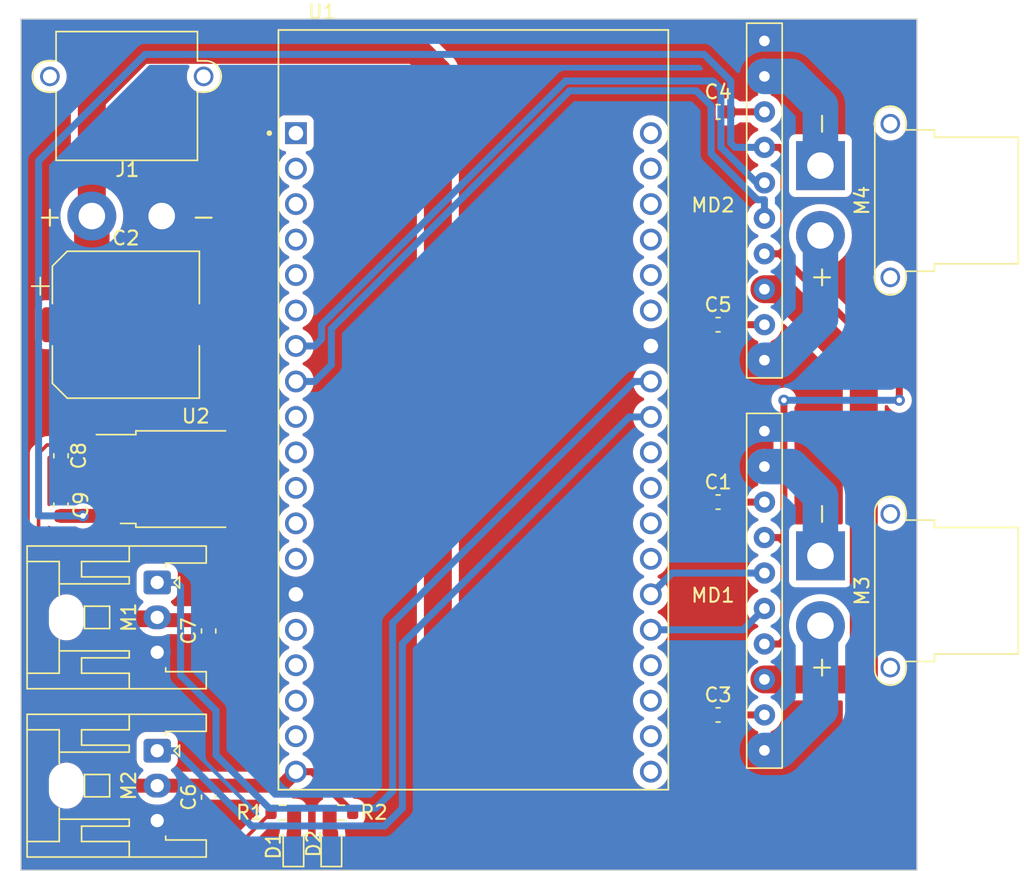
<source format=kicad_pcb>
(kicad_pcb (version 20221018) (generator pcbnew)
  (layers (0 "F.Cu" signal) (31 "B.Cu" signal) (34 "B.Paste" user) (35 "F.Paste" user) (36 "B.SilkS" user "B.Silkscreen") (37 "F.SilkS" user "F.Silkscreen") (38 "B.Mask" user) (39 "F.Mask" user) (44 "Edge.Cuts" user))
  (net 0 "")
  (net 1 "+5V")
  (net 2 "Net-(MD1-CD1)")
  (net 3 "Vin")
  (net 4 "Net-(MD1-CD2)")
  (net 5 "Net-(MD2-CD1)")
  (net 6 "Net-(MD2-CD2)")
  (net 7 "Net-(D1-A)")
  (net 8 "Net-(D2-A)")
  (net 9 "SER1")
  (net 10 "SER2")
  (net 11 "Net-(M3-+)")
  (net 12 "Net-(M3--)")
  (net 13 "Net-(M4-+)")
  (net 14 "Net-(M4--)")
  (net 15 "IN1+")
  (net 16 "IN1-")
  (net 17 "IN2+")
  (net 18 "IN2-")
  (net 47 "GND")
  (footprint "BA6222:BA6222" (layer "F.Cu") (at 166.878 71.426)
    (fp_text reference "MD2" (at -3.683 14.299 unlocked) (layer "F.SilkS"))
    (fp_text value "~")
    (fp_rect (start -1.27 1.27) (end 1.27 26.67) (stroke (width 0.12)) (fill none) (layer "F.SilkS"))
    (pad "1" thru_hole circle (at 0 2.54) (size 1.524 1.524) (drill 0.762) (layers "*.Cu" "*.Mask") (net 47 "GND"))
    (pad "2" thru_hole circle (at 0 5.08) (size 1.524 1.524) (drill 0.762) (layers "*.Cu" "*.Mask") (net 13 "Net-(M4-+)"))
    (pad "3" thru_hole circle (at 0 7.62) (size 1.524 1.524) (drill 0.762) (layers "*.Cu" "*.Mask") (net 5 "Net-(MD2-CD1)"))
    (pad "4" thru_hole circle (at 0 10.16) (size 1.524 1.524) (drill 0.762) (layers "*.Cu" "*.Mask") (net 1 "+5V"))
    (pad "5" thru_hole circle (at 0 12.7) (size 1.524 1.524) (drill 0.762) (layers "*.Cu" "*.Mask") (net 17 "IN2+"))
    (pad "6" thru_hole circle (at 0 15.24) (size 1.524 1.524) (drill 0.762) (layers "*.Cu" "*.Mask") (net 18 "IN2-"))
    (pad "7" thru_hole circle (at 0 17.78) (size 1.524 1.524) (drill 0.762) (layers "*.Cu" "*.Mask") (net 1 "+5V"))
    (pad "8" thru_hole circle (at 0 20.32) (size 1.524 1.524) (drill 0.762) (layers "*.Cu" "*.Mask") (net 3 "Vin"))
    (pad "9" thru_hole circle (at 0 22.86) (size 1.524 1.524) (drill 0.762) (layers "*.Cu" "*.Mask") (net 6 "Net-(MD2-CD2)"))
    (pad "10" thru_hole circle (at 0 25.4) (size 1.524 1.524) (drill 0.762) (layers "*.Cu" "*.Mask") (net 14 "Net-(M4--)"))
  )
  (footprint "LED_SMD:LED_0603_1608Metric" (layer "F.Cu") (at 133.173 131.5975 90)
    (fp_text reference "D1" (at 0 -1.43 90) (layer "F.SilkS"))
    (fp_text value "LED")
    (fp_line (start -1.485 -0.735) (end -1.485 0.735) (stroke (width 0.12)) (layer "F.SilkS"))
    (fp_line (start -1.485 0.735) (end 0.8 0.735) (stroke (width 0.12)) (layer "F.SilkS"))
    (fp_line (start 0.8 -0.735) (end -1.485 -0.735) (stroke (width 0.12)) (layer "F.SilkS"))
    (pad "1" smd roundrect (at -0.7875 0 90) (size 0.875 0.95) (layers "F.Cu" "F.Paste" "F.Mask") (net 47 "GND"))
    (pad "2" smd roundrect (at 0.7875 0 90) (size 0.875 0.95) (layers "F.Cu" "F.Paste" "F.Mask") (net 7 "Net-(D1-A)"))
  )
  (footprint "Capacitor_SMD:C_0603_1608Metric" (layer "F.Cu") (at 127.106 116.217 90)
    (fp_text reference "C7" (at 0 -1.43 90) (layer "F.SilkS"))
    (fp_text value "104")
    (fp_line (start -0.14058 -0.51) (end 0.14058 -0.51) (stroke (width 0.12)) (layer "F.SilkS"))
    (fp_line (start -0.14058 0.51) (end 0.14058 0.51) (stroke (width 0.12)) (layer "F.SilkS"))
    (pad "1" smd roundrect (at -0.775 0 90) (size 0.9 0.95) (layers "F.Cu" "F.Paste" "F.Mask") (net 47 "GND"))
    (pad "2" smd roundrect (at 0.775 0 90) (size 0.9 0.95) (layers "F.Cu" "F.Paste" "F.Mask") (net 1 "+5V"))
  )
  (footprint "Capacitor_SMD:CP_Elec_10x10" (layer "F.Cu") (at 121.182 94.286)
    (fp_text reference "C2" (at 0 -6.2) (layer "F.SilkS"))
    (fp_text value "330μf")
    (fp_line (start -6.75 -2.76) (end -5.5 -2.76) (stroke (width 0.12)) (layer "F.SilkS"))
    (fp_line (start -6.125 -3.385) (end -6.125 -2.135) (stroke (width 0.12)) (layer "F.SilkS"))
    (fp_line (start -5.26 -4.195563) (end -5.26 -1.51) (stroke (width 0.12)) (layer "F.SilkS"))
    (fp_line (start -5.26 -4.195563) (end -4.195563 -5.26) (stroke (width 0.12)) (layer "F.SilkS"))
    (fp_line (start -5.26 4.195563) (end -5.26 1.51) (stroke (width 0.12)) (layer "F.SilkS"))
    (fp_line (start -5.26 4.195563) (end -4.195563 5.26) (stroke (width 0.12)) (layer "F.SilkS"))
    (fp_line (start -4.195563 -5.26) (end 5.26 -5.26) (stroke (width 0.12)) (layer "F.SilkS"))
    (fp_line (start -4.195563 5.26) (end 5.26 5.26) (stroke (width 0.12)) (layer "F.SilkS"))
    (fp_line (start 5.26 -5.26) (end 5.26 -1.51) (stroke (width 0.12)) (layer "F.SilkS"))
    (fp_line (start 5.26 5.26) (end 5.26 1.51) (stroke (width 0.12)) (layer "F.SilkS"))
    (pad "1" smd roundrect (at -4 0) (size 4 2.5) (layers "F.Cu" "F.Paste" "F.Mask") (roundrect_rratio 0.1) (net 3 "Vin"))
    (pad "2" smd roundrect (at 4 0) (size 4 2.5) (layers "F.Cu" "F.Paste" "F.Mask") (roundrect_rratio 0.1) (net 47 "GND"))
  )
  (footprint "esp32:MODULE_ESP32-DEVKITC-32D" (layer "F.Cu") (at 146.05 100.33)
    (fp_text reference "U1" (at -10.829175 -28.446045) (layer "F.SilkS") (effects (font (size 1.000386 1.000386))))
    (fp_text value "ESP32-DEVKITC-32D")
    (fp_line (start -13.95 -27.15) (end 13.95 -27.15) (stroke (width 0.127)) (layer "F.SilkS"))
    (fp_line (start -13.95 27.25) (end -13.95 -27.15) (stroke (width 0.127)) (layer "F.SilkS"))
    (fp_line (start 13.95 -27.15) (end 13.95 27.25) (stroke (width 0.127)) (layer "F.SilkS"))
    (fp_line (start 13.95 27.25) (end -13.95 27.25) (stroke (width 0.127)) (layer "F.SilkS"))
    (fp_circle (center -14.6 -19.76) (end -14.5 -19.76) (stroke (width 0.2)) (fill none) (layer "F.SilkS"))
    (pad "J2-1" thru_hole rect (at -12.7 -19.76) (size 1.56 1.56) (drill 1.04) (layers "*.Cu" "*.Mask"))
    (pad "J2-2" thru_hole circle (at -12.7 -17.22) (size 1.56 1.56) (drill 1.04) (layers "*.Cu" "*.Mask"))
    (pad "J2-3" thru_hole circle (at -12.7 -14.68) (size 1.56 1.56) (drill 1.04) (layers "*.Cu" "*.Mask"))
    (pad "J2-4" thru_hole circle (at -12.7 -12.14) (size 1.56 1.56) (drill 1.04) (layers "*.Cu" "*.Mask"))
    (pad "J2-5" thru_hole circle (at -12.7 -9.6) (size 1.56 1.56) (drill 1.04) (layers "*.Cu" "*.Mask"))
    (pad "J2-6" thru_hole circle (at -12.7 -7.06) (size 1.56 1.56) (drill 1.04) (layers "*.Cu" "*.Mask"))
    (pad "J2-7" thru_hole circle (at -12.7 -4.52) (size 1.56 1.56) (drill 1.04) (layers "*.Cu" "*.Mask") (net 17 "IN2+"))
    (pad "J2-8" thru_hole circle (at -12.7 -1.98) (size 1.56 1.56) (drill 1.04) (layers "*.Cu" "*.Mask") (net 18 "IN2-"))
    (pad "J2-9" thru_hole circle (at -12.7 0.56) (size 1.56 1.56) (drill 1.04) (layers "*.Cu" "*.Mask"))
    (pad "J2-10" thru_hole circle (at -12.7 3.1) (size 1.56 1.56) (drill 1.04) (layers "*.Cu" "*.Mask"))
    (pad "J2-11" thru_hole circle (at -12.7 5.64) (size 1.56 1.56) (drill 1.04) (layers "*.Cu" "*.Mask"))
    (pad "J2-12" thru_hole circle (at -12.7 8.18) (size 1.56 1.56) (drill 1.04) (layers "*.Cu" "*.Mask"))
    (pad "J2-13" thru_hole circle (at -12.7 10.72) (size 1.56 1.56) (drill 1.04) (layers "*.Cu" "*.Mask"))
    (pad "J2-14" thru_hole circle (at -12.7 13.26) (size 1.56 1.56) (drill 1.04) (layers "*.Cu" "*.Mask") (net 47 "GND"))
    (pad "J2-15" thru_hole circle (at -12.7 15.8) (size 1.56 1.56) (drill 1.04) (layers "*.Cu" "*.Mask"))
    (pad "J2-16" thru_hole circle (at -12.7 18.34) (size 1.56 1.56) (drill 1.04) (layers "*.Cu" "*.Mask"))
    (pad "J2-17" thru_hole circle (at -12.7 20.88) (size 1.56 1.56) (drill 1.04) (layers "*.Cu" "*.Mask"))
    (pad "J2-18" thru_hole circle (at -12.7 23.42) (size 1.56 1.56) (drill 1.04) (layers "*.Cu" "*.Mask"))
    (pad "J2-19" thru_hole circle (at -12.7 25.96) (size 1.56 1.56) (drill 1.04) (layers "*.Cu" "*.Mask") (net 1 "+5V"))
    (pad "J3-1" thru_hole circle (at 12.7 -19.76) (size 1.56 1.56) (drill 1.04) (layers "*.Cu" "*.Mask"))
    (pad "J3-2" thru_hole circle (at 12.7 -17.22) (size 1.56 1.56) (drill 1.04) (layers "*.Cu" "*.Mask"))
    (pad "J3-3" thru_hole circle (at 12.7 -14.68) (size 1.56 1.56) (drill 1.04) (layers "*.Cu" "*.Mask"))
    (pad "J3-4" thru_hole circle (at 12.7 -12.14) (size 1.56 1.56) (drill 1.04) (layers "*.Cu" "*.Mask"))
    (pad "J3-5" thru_hole circle (at 12.7 -9.6) (size 1.56 1.56) (drill 1.04) (layers "*.Cu" "*.Mask"))
    (pad "J3-6" thru_hole circle (at 12.7 -7.06) (size 1.56 1.56) (drill 1.04) (layers "*.Cu" "*.Mask"))
    (pad "J3-7" thru_hole circle (at 12.7 -4.52) (size 1.56 1.56) (drill 1.04) (layers "*.Cu" "*.Mask") (net 47 "GND"))
    (pad "J3-8" thru_hole circle (at 12.7 -1.98) (size 1.56 1.56) (drill 1.04) (layers "*.Cu" "*.Mask") (net 10 "SER2"))
    (pad "J3-9" thru_hole circle (at 12.7 0.56) (size 1.56 1.56) (drill 1.04) (layers "*.Cu" "*.Mask") (net 9 "SER1"))
    (pad "J3-10" thru_hole circle (at 12.7 3.1) (size 1.56 1.56) (drill 1.04) (layers "*.Cu" "*.Mask"))
    (pad "J3-11" thru_hole circle (at 12.7 5.64) (size 1.56 1.56) (drill 1.04) (layers "*.Cu" "*.Mask"))
    (pad "J3-12" thru_hole circle (at 12.7 8.18) (size 1.56 1.56) (drill 1.04) (layers "*.Cu" "*.Mask"))
    (pad "J3-13" thru_hole circle (at 12.7 10.72) (size 1.56 1.56) (drill 1.04) (layers "*.Cu" "*.Mask"))
    (pad "J3-14" thru_hole circle (at 12.7 13.26) (size 1.56 1.56) (drill 1.04) (layers "*.Cu" "*.Mask") (net 15 "IN1+"))
    (pad "J3-15" thru_hole circle (at 12.7 15.8) (size 1.56 1.56) (drill 1.04) (layers "*.Cu" "*.Mask") (net 16 "IN1-"))
    (pad "J3-16" thru_hole circle (at 12.7 18.34) (size 1.56 1.56) (drill 1.04) (layers "*.Cu" "*.Mask"))
    (pad "J3-17" thru_hole circle (at 12.7 20.88) (size 1.56 1.56) (drill 1.04) (layers "*.Cu" "*.Mask"))
    (pad "J3-18" thru_hole circle (at 12.7 23.42) (size 1.56 1.56) (drill 1.04) (layers "*.Cu" "*.Mask"))
    (pad "J3-19" thru_hole circle (at 12.7 25.96) (size 1.56 1.56) (drill 1.04) (layers "*.Cu" "*.Mask"))
  )
  (footprint "Resistor_SMD:R_0603_1608Metric" (layer "F.Cu") (at 136.588 129.211 180)
    (fp_text reference "R2" (at -2.35 0) (layer "F.SilkS"))
    (fp_text value "220")
    (fp_line (start -0.237258 -0.5225) (end 0.237258 -0.5225) (stroke (width 0.12)) (layer "F.SilkS"))
    (fp_line (start -0.237258 0.5225) (end 0.237258 0.5225) (stroke (width 0.12)) (layer "F.SilkS"))
    (pad "1" smd roundrect (at -0.825 0 180) (size 0.8 0.95) (layers "F.Cu" "F.Paste" "F.Mask") (net 1 "+5V"))
    (pad "2" smd roundrect (at 0.825 0 180) (size 0.8 0.95) (layers "F.Cu" "F.Paste" "F.Mask") (net 8 "Net-(D2-A)"))
  )
  (footprint "LED_SMD:LED_0603_1608Metric" (layer "F.Cu") (at 135.89 131.5975 90)
    (fp_text reference "D2" (at 0.1525 -1.27 90) (layer "F.SilkS"))
    (fp_text value "LED")
    (fp_line (start -1.485 -0.735) (end -1.485 0.735) (stroke (width 0.12)) (layer "F.SilkS"))
    (fp_line (start -1.485 0.735) (end 0.8 0.735) (stroke (width 0.12)) (layer "F.SilkS"))
    (fp_line (start 0.8 -0.735) (end -1.485 -0.735) (stroke (width 0.12)) (layer "F.SilkS"))
    (pad "1" smd roundrect (at -0.7875 0 90) (size 0.875 0.95) (layers "F.Cu" "F.Paste" "F.Mask") (net 47 "GND"))
    (pad "2" smd roundrect (at 0.7875 0 90) (size 0.875 0.95) (layers "F.Cu" "F.Paste" "F.Mask") (net 8 "Net-(D2-A)"))
  )
  (footprint "Package_TO_SOT_SMD:TO-252-2" (layer "F.Cu") (at 125.208 105.336)
    (fp_text reference "U2" (at 0.976 -4.5) (layer "F.SilkS"))
    (fp_text value "L7805")
    (fp_line (start -3.31 -3.45) (end -3.31 -3.18) (stroke (width 0.12)) (layer "F.SilkS"))
    (fp_line (start -3.31 -3.18) (end -6.14 -3.18) (stroke (width 0.12)) (layer "F.SilkS"))
    (fp_line (start -3.31 3.18) (end -4.41 3.18) (stroke (width 0.12)) (layer "F.SilkS"))
    (fp_line (start -3.31 3.45) (end -3.31 3.18) (stroke (width 0.12)) (layer "F.SilkS"))
    (fp_line (start 3.11 -3.45) (end -3.31 -3.45) (stroke (width 0.12)) (layer "F.SilkS"))
    (fp_line (start 3.11 3.45) (end -3.31 3.45) (stroke (width 0.12)) (layer "F.SilkS"))
    (pad "1" smd roundrect (at -5.04 -2.28) (size 2.2 1.2) (layers "F.Cu" "F.Paste" "F.Mask") (roundrect_rratio 0.208333) (net 3 "Vin"))
    (pad "2" smd roundrect (at -0.415 -1.525) (size 3.05 2.75) (layers "F.Cu" "F.Paste") (roundrect_rratio 0.090909) (net 47 "GND"))
    (pad "2" smd roundrect (at -0.415 1.525) (size 3.05 2.75) (layers "F.Cu" "F.Paste") (roundrect_rratio 0.090909) (net 47 "GND"))
    (pad "2" smd roundrect (at 1.26 0) (size 6.4 5.8) (layers "F.Cu" "F.Mask") (roundrect_rratio 0.043103) (net 47 "GND"))
    (pad "2" smd roundrect (at 2.935 -1.525) (size 3.05 2.75) (layers "F.Cu" "F.Paste") (roundrect_rratio 0.090909) (net 47 "GND"))
    (pad "2" smd roundrect (at 2.935 1.525) (size 3.05 2.75) (layers "F.Cu" "F.Paste") (roundrect_rratio 0.090909) (net 47 "GND"))
    (pad "3" smd roundrect (at -5.04 2.28) (size 2.2 1.2) (layers "F.Cu" "F.Paste" "F.Mask") (roundrect_rratio 0.208333) (net 1 "+5V"))
  )
  (footprint "Capacitor_SMD:C_0603_1608Metric" (layer "F.Cu") (at 163.563 94.286)
    (fp_text reference "C5" (at 0 -1.43) (layer "F.SilkS"))
    (fp_text value "104")
    (fp_line (start -0.14058 -0.51) (end 0.14058 -0.51) (stroke (width 0.12)) (layer "F.SilkS"))
    (fp_line (start -0.14058 0.51) (end 0.14058 0.51) (stroke (width 0.12)) (layer "F.SilkS"))
    (pad "1" smd roundrect (at -0.775 0) (size 0.9 0.95) (layers "F.Cu" "F.Paste" "F.Mask") (net 47 "GND"))
    (pad "2" smd roundrect (at 0.775 0) (size 0.9 0.95) (layers "F.Cu" "F.Paste" "F.Mask") (net 6 "Net-(MD2-CD2)"))
  )
  (footprint "Capacitor_SMD:C_0603_1608Metric" (layer "F.Cu") (at 163.563 122.226)
    (fp_text reference "C3" (at 0 -1.43) (layer "F.SilkS"))
    (fp_text value "104")
    (fp_line (start -0.14058 -0.51) (end 0.14058 -0.51) (stroke (width 0.12)) (layer "F.SilkS"))
    (fp_line (start -0.14058 0.51) (end 0.14058 0.51) (stroke (width 0.12)) (layer "F.SilkS"))
    (pad "1" smd roundrect (at -0.775 0) (size 0.9 0.95) (layers "F.Cu" "F.Paste" "F.Mask") (net 47 "GND"))
    (pad "2" smd roundrect (at 0.775 0) (size 0.9 0.95) (layers "F.Cu" "F.Paste" "F.Mask") (net 4 "Net-(MD1-CD2)"))
  )
  (footprint "Capacitor_SMD:C_0603_1608Metric" (layer "F.Cu") (at 163.563 79.046)
    (fp_text reference "C4" (at 0 -1.43) (layer "F.SilkS"))
    (fp_text value "104")
    (fp_line (start -0.14058 -0.51) (end 0.14058 -0.51) (stroke (width 0.12)) (layer "F.SilkS"))
    (fp_line (start -0.14058 0.51) (end 0.14058 0.51) (stroke (width 0.12)) (layer "F.SilkS"))
    (pad "1" smd roundrect (at -0.775 0) (size 0.9 0.95) (layers "F.Cu" "F.Paste" "F.Mask") (net 47 "GND"))
    (pad "2" smd roundrect (at 0.775 0) (size 0.9 0.95) (layers "F.Cu" "F.Paste" "F.Mask") (net 5 "Net-(MD2-CD1)"))
  )
  (footprint "Capacitor_SMD:C_0603_1608Metric" (layer "F.Cu") (at 127.106 128.11132 90)
    (fp_text reference "C6" (at 0 -1.43 90) (layer "F.SilkS"))
    (fp_text value "104")
    (fp_line (start -0.14058 -0.51) (end 0.14058 -0.51) (stroke (width 0.12)) (layer "F.SilkS"))
    (fp_line (start -0.14058 0.51) (end 0.14058 0.51) (stroke (width 0.12)) (layer "F.SilkS"))
    (pad "1" smd roundrect (at -0.775 0 90) (size 0.9 0.95) (layers "F.Cu" "F.Paste" "F.Mask") (net 47 "GND"))
    (pad "2" smd roundrect (at 0.775 0 90) (size 0.9 0.95) (layers "F.Cu" "F.Paste" "F.Mask") (net 1 "+5V"))
  )
  (footprint "Resistor_SMD:R_0603_1608Metric" (layer "F.Cu") (at 132.398 129.211)
    (fp_text reference "R1" (at -2.35 0) (layer "F.SilkS"))
    (fp_text value "550")
    (fp_line (start -0.237258 -0.5225) (end 0.237258 -0.5225) (stroke (width 0.12)) (layer "F.SilkS"))
    (fp_line (start -0.237258 0.5225) (end 0.237258 0.5225) (stroke (width 0.12)) (layer "F.SilkS"))
    (pad "1" smd roundrect (at -0.825 0) (size 0.8 0.95) (layers "F.Cu" "F.Paste" "F.Mask") (net 3 "Vin"))
    (pad "2" smd roundrect (at 0.825 0) (size 0.8 0.95) (layers "F.Cu" "F.Paste" "F.Mask") (net 7 "Net-(D1-A)"))
  )
  (footprint "BA6222:BA6222" (layer "F.Cu") (at 166.878 99.366)
    (fp_text reference "MD1" (at -3.683 14.299 unlocked) (layer "F.SilkS"))
    (fp_text value "~")
    (fp_rect (start -1.27 1.27) (end 1.27 26.67) (stroke (width 0.12)) (fill none) (layer "F.SilkS"))
    (pad "1" thru_hole circle (at 0 2.54) (size 1.524 1.524) (drill 0.762) (layers "*.Cu" "*.Mask") (net 47 "GND"))
    (pad "2" thru_hole circle (at 0 5.08) (size 1.524 1.524) (drill 0.762) (layers "*.Cu" "*.Mask") (net 11 "Net-(M3-+)"))
    (pad "3" thru_hole circle (at 0 7.62) (size 1.524 1.524) (drill 0.762) (layers "*.Cu" "*.Mask") (net 2 "Net-(MD1-CD1)"))
    (pad "4" thru_hole circle (at 0 10.16) (size 1.524 1.524) (drill 0.762) (layers "*.Cu" "*.Mask") (net 1 "+5V"))
    (pad "5" thru_hole circle (at 0 12.7) (size 1.524 1.524) (drill 0.762) (layers "*.Cu" "*.Mask") (net 15 "IN1+"))
    (pad "6" thru_hole circle (at 0 15.24) (size 1.524 1.524) (drill 0.762) (layers "*.Cu" "*.Mask") (net 16 "IN1-"))
    (pad "7" thru_hole circle (at 0 17.78) (size 1.524 1.524) (drill 0.762) (layers "*.Cu" "*.Mask") (net 1 "+5V"))
    (pad "8" thru_hole circle (at 0 20.32) (size 1.524 1.524) (drill 0.762) (layers "*.Cu" "*.Mask") (net 3 "Vin"))
    (pad "9" thru_hole circle (at 0 22.86) (size 1.524 1.524) (drill 0.762) (layers "*.Cu" "*.Mask") (net 4 "Net-(MD1-CD2)"))
    (pad "10" thru_hole circle (at 0 25.4) (size 1.524 1.524) (drill 0.762) (layers "*.Cu" "*.Mask") (net 12 "Net-(M3--)"))
  )
  (footprint "Capacitor_SMD:C_0603_1608Metric" (layer "F.Cu") (at 116.538 107.201 -90)
    (fp_text reference "C9" (at 0 -1.43 90) (layer "F.SilkS"))
    (fp_text value "104")
    (fp_line (start -0.14058 -0.51) (end 0.14058 -0.51) (stroke (width 0.12)) (layer "F.SilkS"))
    (fp_line (start -0.14058 0.51) (end 0.14058 0.51) (stroke (width 0.12)) (layer "F.SilkS"))
    (pad "1" smd roundrect (at -0.775 0 270) (size 0.9 0.95) (layers "F.Cu" "F.Paste" "F.Mask") (net 47 "GND"))
    (pad "2" smd roundrect (at 0.775 0 270) (size 0.9 0.95) (layers "F.Cu" "F.Paste" "F.Mask") (net 1 "+5V"))
  )
  (footprint "Connector_JST:JST_XA_S03B-XASK-1_1x03_P2.50mm_Horizontal" (layer "F.Cu") (at 123.423 112.741 -90)
    (fp_text reference "M1" (at 2.5 2.032 90) (layer "F.SilkS"))
    (fp_text value "Motor_Servo")
    (fp_line (start -2.61 -3.51) (end -2.61 9.31) (stroke (width 0.12)) (layer "F.SilkS"))
    (fp_line (start -2.61 9.31) (end 7.61 9.31) (stroke (width 0.12)) (layer "F.SilkS"))
    (fp_line (start -1.5 2) (end -2.61 2) (stroke (width 0.12)) (layer "F.SilkS"))
    (fp_line (start -1.5 5.41) (end -1.5 2) (stroke (width 0.12)) (layer "F.SilkS"))
    (fp_line (start -1.5 7.01) (end 0.9 7.01) (stroke (width 0.12)) (layer "F.SilkS"))
    (fp_line (start -1.5 9.31) (end -1.5 7.01) (stroke (width 0.12)) (layer "F.SilkS"))
    (fp_line (start -1.39 -3.51) (end -2.61 -3.51) (stroke (width 0.12)) (layer "F.SilkS"))
    (fp_line (start -1.39 -0.61) (end -1.39 -3.51) (stroke (width 0.12)) (layer "F.SilkS"))
    (fp_line (start -1.11 -0.61) (end -1.39 -0.61) (stroke (width 0.12)) (layer "F.SilkS"))
    (fp_line (start -0.4 -1.6) (end 0.4 -1.6) (stroke (width 0.12)) (layer "F.SilkS"))
    (fp_line (start -0.4 2) (end -0.4 5.41) (stroke (width 0.12)) (layer "F.SilkS"))
    (fp_line (start -0.4 5.41) (end -1.5 5.41) (stroke (width 0.12)) (layer "F.SilkS"))
    (fp_line (start 0 -1.2) (end -0.4 -1.6) (stroke (width 0.12)) (layer "F.SilkS"))
    (fp_line (start 0.1 2) (end -0.4 2) (stroke (width 0.12)) (layer "F.SilkS"))
    (fp_line (start 0.1 7.01) (end 0.1 2) (stroke (width 0.12)) (layer "F.SilkS"))
    (fp_line (start 0.4 -1.6) (end 0 -1.2) (stroke (width 0.12)) (layer "F.SilkS"))
    (fp_line (start 1.7 3.4) (end 3.3 3.4) (stroke (width 0.12)) (layer "F.SilkS"))
    (fp_line (start 1.7 5.2) (end 1.7 3.4) (stroke (width 0.12)) (layer "F.SilkS"))
    (fp_line (start 3.3 3.4) (end 3.3 5.2) (stroke (width 0.12)) (layer "F.SilkS"))
    (fp_line (start 3.3 5.2) (end 1.7 5.2) (stroke (width 0.12)) (layer "F.SilkS"))
    (fp_line (start 4.1 7.01) (end 6.5 7.01) (stroke (width 0.12)) (layer "F.SilkS"))
    (fp_line (start 4.9 2) (end 5.4 2) (stroke (width 0.12)) (layer "F.SilkS"))
    (fp_line (start 4.9 7.01) (end 4.9 2) (stroke (width 0.12)) (layer "F.SilkS"))
    (fp_line (start 5.4 2) (end 5.4 5.41) (stroke (width 0.12)) (layer "F.SilkS"))
    (fp_line (start 5.4 5.41) (end 6.5 5.41) (stroke (width 0.12)) (layer "F.SilkS"))
    (fp_line (start 6.39 -3.51) (end 6.39 -0.61) (stroke (width 0.12)) (layer "F.SilkS"))
    (fp_line (start 6.39 -0.61) (end 6.11 -0.61) (stroke (width 0.12)) (layer "F.SilkS"))
    (fp_line (start 6.5 2) (end 7.61 2) (stroke (width 0.12)) (layer "F.SilkS"))
    (fp_line (start 6.5 5.41) (end 6.5 2) (stroke (width 0.12)) (layer "F.SilkS"))
    (fp_line (start 6.5 7.01) (end 6.5 9.31) (stroke (width 0.12)) (layer "F.SilkS"))
    (fp_line (start 7.61 -3.51) (end 6.39 -3.51) (stroke (width 0.12)) (layer "F.SilkS"))
    (fp_line (start 7.61 9.31) (end 7.61 -3.51) (stroke (width 0.12)) (layer "F.SilkS"))
    (pad "" np_thru_hole oval (at 2.5 6.5 270) (size 2.8 2) (drill oval 2.8 2) (layers "*.Cu" "*.Mask"))
    (pad "1" thru_hole roundrect (at 0 0 270) (size 1.7 1.95) (drill 0.95) (layers "*.Cu" "*.Mask") (roundrect_rratio 0.147059) (net 10 "SER2"))
    (pad "2" thru_hole oval (at 2.5 0 270) (size 1.7 1.95) (drill 0.95) (layers "*.Cu" "*.Mask") (net 1 "+5V"))
    (pad "3" thru_hole oval (at 5 0 270) (size 1.7 1.95) (drill 0.95) (layers "*.Cu" "*.Mask") (net 47 "GND"))
  )
  (footprint "Connector_JST:JST_XA_S03B-XASK-1_1x03_P2.50mm_Horizontal" (layer "F.Cu") (at 123.423 124.791 -90)
    (fp_text reference "M2" (at 2.5 2.032 90) (layer "F.SilkS"))
    (fp_text value "Motor_Servo")
    (fp_line (start -2.61 -3.51) (end -2.61 9.31) (stroke (width 0.12)) (layer "F.SilkS"))
    (fp_line (start -2.61 9.31) (end 7.61 9.31) (stroke (width 0.12)) (layer "F.SilkS"))
    (fp_line (start -1.5 2) (end -2.61 2) (stroke (width 0.12)) (layer "F.SilkS"))
    (fp_line (start -1.5 5.41) (end -1.5 2) (stroke (width 0.12)) (layer "F.SilkS"))
    (fp_line (start -1.5 7.01) (end 0.9 7.01) (stroke (width 0.12)) (layer "F.SilkS"))
    (fp_line (start -1.5 9.31) (end -1.5 7.01) (stroke (width 0.12)) (layer "F.SilkS"))
    (fp_line (start -1.39 -3.51) (end -2.61 -3.51) (stroke (width 0.12)) (layer "F.SilkS"))
    (fp_line (start -1.39 -0.61) (end -1.39 -3.51) (stroke (width 0.12)) (layer "F.SilkS"))
    (fp_line (start -1.11 -0.61) (end -1.39 -0.61) (stroke (width 0.12)) (layer "F.SilkS"))
    (fp_line (start -0.4 -1.6) (end 0.4 -1.6) (stroke (width 0.12)) (layer "F.SilkS"))
    (fp_line (start -0.4 2) (end -0.4 5.41) (stroke (width 0.12)) (layer "F.SilkS"))
    (fp_line (start -0.4 5.41) (end -1.5 5.41) (stroke (width 0.12)) (layer "F.SilkS"))
    (fp_line (start 0 -1.2) (end -0.4 -1.6) (stroke (width 0.12)) (layer "F.SilkS"))
    (fp_line (start 0.1 2) (end -0.4 2) (stroke (width 0.12)) (layer "F.SilkS"))
    (fp_line (start 0.1 7.01) (end 0.1 2) (stroke (width 0.12)) (layer "F.SilkS"))
    (fp_line (start 0.4 -1.6) (end 0 -1.2) (stroke (width 0.12)) (layer "F.SilkS"))
    (fp_line (start 1.7 3.4) (end 3.3 3.4) (stroke (width 0.12)) (layer "F.SilkS"))
    (fp_line (start 1.7 5.2) (end 1.7 3.4) (stroke (width 0.12)) (layer "F.SilkS"))
    (fp_line (start 3.3 3.4) (end 3.3 5.2) (stroke (width 0.12)) (layer "F.SilkS"))
    (fp_line (start 3.3 5.2) (end 1.7 5.2) (stroke (width 0.12)) (layer "F.SilkS"))
    (fp_line (start 4.1 7.01) (end 6.5 7.01) (stroke (width 0.12)) (layer "F.SilkS"))
    (fp_line (start 4.9 2) (end 5.4 2) (stroke (width 0.12)) (layer "F.SilkS"))
    (fp_line (start 4.9 7.01) (end 4.9 2) (stroke (width 0.12)) (layer "F.SilkS"))
    (fp_line (start 5.4 2) (end 5.4 5.41) (stroke (width 0.12)) (layer "F.SilkS"))
    (fp_line (start 5.4 5.41) (end 6.5 5.41) (stroke (width 0.12)) (layer "F.SilkS"))
    (fp_line (start 6.39 -3.51) (end 6.39 -0.61) (stroke (width 0.12)) (layer "F.SilkS"))
    (fp_line (start 6.39 -0.61) (end 6.11 -0.61) (stroke (width 0.12)) (layer "F.SilkS"))
    (fp_line (start 6.5 2) (end 7.61 2) (stroke (width 0.12)) (layer "F.SilkS"))
    (fp_line (start 6.5 5.41) (end 6.5 2) (stroke (width 0.12)) (layer "F.SilkS"))
    (fp_line (start 6.5 7.01) (end 6.5 9.31) (stroke (width 0.12)) (layer "F.SilkS"))
    (fp_line (start 7.61 -3.51) (end 6.39 -3.51) (stroke (width 0.12)) (layer "F.SilkS"))
    (fp_line (start 7.61 9.31) (end 7.61 -3.51) (stroke (width 0.12)) (layer "F.SilkS"))
    (pad "" np_thru_hole oval (at 2.5 6.5 270) (size 2.8 2) (drill oval 2.8 2) (layers "*.Cu" "*.Mask"))
    (pad "1" thru_hole roundrect (at 0 0 270) (size 1.7 1.95) (drill 0.95) (layers "*.Cu" "*.Mask") (roundrect_rratio 0.147059) (net 9 "SER1"))
    (pad "2" thru_hole oval (at 2.5 0 270) (size 1.7 1.95) (drill 0.95) (layers "*.Cu" "*.Mask") (net 1 "+5V"))
    (pad "3" thru_hole oval (at 5 0 270) (size 1.7 1.95) (drill 0.95) (layers "*.Cu" "*.Mask") (net 47 "GND"))
  )
  (footprint "Capacitor_SMD:C_0603_1608Metric" (layer "F.Cu") (at 116.538 103.671 90)
    (fp_text reference "C8" (at 0 1.27 90) (layer "F.SilkS"))
    (fp_text value "104")
    (fp_line (start -0.14058 -0.51) (end 0.14058 -0.51) (stroke (width 0.12)) (layer "F.SilkS"))
    (fp_line (start -0.14058 0.51) (end 0.14058 0.51) (stroke (width 0.12)) (layer "F.SilkS"))
    (pad "1" smd roundrect (at -0.775 0 90) (size 0.9 0.95) (layers "F.Cu" "F.Paste" "F.Mask") (net 47 "GND"))
    (pad "2" smd roundrect (at 0.775 0 90) (size 0.9 0.95) (layers "F.Cu" "F.Paste" "F.Mask") (net 3 "Vin"))
  )
  (footprint "Capacitor_SMD:C_0603_1608Metric" (layer "F.Cu") (at 163.563 106.986)
    (fp_text reference "C1" (at 0 -1.43) (layer "F.SilkS"))
    (fp_text value "104")
    (fp_line (start -0.14058 -0.51) (end 0.14058 -0.51) (stroke (width 0.12)) (layer "F.SilkS"))
    (fp_line (start -0.14058 0.51) (end 0.14058 0.51) (stroke (width 0.12)) (layer "F.SilkS"))
    (pad "1" smd roundrect (at -0.775 0) (size 0.9 0.95) (layers "F.Cu" "F.Paste" "F.Mask") (net 47 "GND"))
    (pad "2" smd roundrect (at 0.775 0) (size 0.9 0.95) (layers "F.Cu" "F.Paste" "F.Mask") (net 2 "Net-(MD1-CD1)"))
  )
  (footprint "Connector_AMASS:AMASS_XT30PW-F_1x02_P2.50mm_Horizontal" (layer "F.Cu") (at 170.888 82.896 -90)
    (fp_text reference "M4" (at 2.5 -2.975 90) (layer "F.SilkS"))
    (fp_text value "Motor_DC")
    (fp_text user "-" (at -3 0 90) (layer "F.SilkS") (effects (font (size 1.5 1.5))))
    (fp_text user "+" (at 8 0 90) (layer "F.SilkS") (effects (font (size 1.5 1.5))))
    (fp_line (start -3.26 -6.11) (end -2.56 -6.11) (stroke (width 0.12)) (layer "F.SilkS"))
    (fp_line (start -3.26 -3.89) (end 8.26 -3.89) (stroke (width 0.12)) (layer "F.SilkS"))
    (fp_line (start -2.56 -8.16) (end -2.56 -6.11) (stroke (width 0.12)) (layer "F.SilkS"))
    (fp_line (start -2.56 -8.16) (end -2.03 -8.16) (stroke (width 0.12)) (layer "F.SilkS"))
    (fp_line (start -2.03 -14.16) (end -2.03 -8.16) (stroke (width 0.12)) (layer "F.SilkS"))
    (fp_line (start -2.03 -14.16) (end 7 -14.16) (stroke (width 0.12)) (layer "F.SilkS"))
    (fp_line (start 7.03 -14.16) (end 7.03 -8.16) (stroke (width 0.12)) (layer "F.SilkS"))
    (fp_line (start 7.03 -8.16) (end 7.56 -8.16) (stroke (width 0.12)) (layer "F.SilkS"))
    (fp_line (start 7.56 -8.16) (end 7.56 -6.11) (stroke (width 0.12)) (layer "F.SilkS"))
    (fp_line (start 7.56 -6.11) (end 8.26 -6.11) (stroke (width 0.12)) (layer "F.SilkS"))
    (fp_arc (start -3.321729 -3.903365) (mid -4.256653 -5.086124) (end -3.15 -6.11) (stroke (width 0.12)) (layer "F.SilkS"))
    (fp_arc (start 8.15 -6.11) (mid 9.26 -5) (end 8.15 -3.89) (stroke (width 0.12)) (layer "F.SilkS"))
    (pad "" thru_hole circle (at -3 -5) (size 1.4 1.4) (drill 1) (layers "*.Cu" "*.Mask"))
    (pad "" thru_hole circle (at 8 -5 270) (size 1.4 1.4) (drill 1) (layers "*.Cu" "*.Mask"))
    (pad "1" thru_hole rect (at 0 0 270) (size 3.5 3.5) (drill 1.9) (layers "*.Cu" "*.Mask") (net 13 "Net-(M4-+)"))
    (pad "2" thru_hole circle (at 5 0 270) (size 3.5 3.5) (drill 1.9) (layers "*.Cu" "*.Mask") (net 14 "Net-(M4--)"))
  )
  (footprint "Connector_AMASS:AMASS_XT30PW-F_1x02_P2.50mm_Horizontal" (layer "F.Cu") (at 170.888 110.836 -90)
    (fp_text reference "M3" (at 2.5 -2.975 90) (layer "F.SilkS"))
    (fp_text value "Motor_DC")
    (fp_text user "+" (at 8 0 90) (layer "F.SilkS") (effects (font (size 1.5 1.5))))
    (fp_text user "-" (at -3 0 90) (layer "F.SilkS") (effects (font (size 1.5 1.5))))
    (fp_line (start -3.26 -6.11) (end -2.56 -6.11) (stroke (width 0.12)) (layer "F.SilkS"))
    (fp_line (start -3.26 -3.89) (end 8.26 -3.89) (stroke (width 0.12)) (layer "F.SilkS"))
    (fp_line (start -2.56 -8.16) (end -2.56 -6.11) (stroke (width 0.12)) (layer "F.SilkS"))
    (fp_line (start -2.56 -8.16) (end -2.03 -8.16) (stroke (width 0.12)) (layer "F.SilkS"))
    (fp_line (start -2.03 -14.16) (end -2.03 -8.16) (stroke (width 0.12)) (layer "F.SilkS"))
    (fp_line (start -2.03 -14.16) (end 7 -14.16) (stroke (width 0.12)) (layer "F.SilkS"))
    (fp_line (start 7.03 -14.16) (end 7.03 -8.16) (stroke (width 0.12)) (layer "F.SilkS"))
    (fp_line (start 7.03 -8.16) (end 7.56 -8.16) (stroke (width 0.12)) (layer "F.SilkS"))
    (fp_line (start 7.56 -8.16) (end 7.56 -6.11) (stroke (width 0.12)) (layer "F.SilkS"))
    (fp_line (start 7.56 -6.11) (end 8.26 -6.11) (stroke (width 0.12)) (layer "F.SilkS"))
    (fp_arc (start -3.321729 -3.903365) (mid -4.256653 -5.086124) (end -3.15 -6.11) (stroke (width 0.12)) (layer "F.SilkS"))
    (fp_arc (start 8.15 -6.11) (mid 9.26 -5) (end 8.15 -3.89) (stroke (width 0.12)) (layer "F.SilkS"))
    (pad "" thru_hole circle (at -3 -5) (size 1.4 1.4) (drill 1) (layers "*.Cu" "*.Mask"))
    (pad "" thru_hole circle (at 8 -5 270) (size 1.4 1.4) (drill 1) (layers "*.Cu" "*.Mask"))
    (pad "1" thru_hole rect (at 0 0 270) (size 3.5 3.5) (drill 1.9) (layers "*.Cu" "*.Mask") (net 11 "Net-(M3-+)"))
    (pad "2" thru_hole circle (at 5 0 270) (size 3.5 3.5) (drill 1.9) (layers "*.Cu" "*.Mask") (net 12 "Net-(M3--)"))
  )
  (footprint "Connector_AMASS:AMASS_XT30PW-M_1x02_P2.50mm_Horizontal" (layer "F.Cu") (at 123.746 86.506)
    (fp_text reference "J1" (at -2.461 -3.321) (layer "F.SilkS"))
    (fp_text value "power")
    (fp_text user "-" (at 3 0) (layer "F.SilkS") (effects (font (size 1.5 1.5))))
    (fp_text user "+" (at -8 0) (layer "F.SilkS") (effects (font (size 1.5 1.5))))
    (fp_line (start -8.15 -11.11) (end -7.56 -11.11) (stroke (width 0.12)) (layer "F.SilkS"))
    (fp_line (start -8.15 -8.89) (end -7.56 -8.89) (stroke (width 0.12)) (layer "F.SilkS"))
    (fp_line (start -7.56 -13.21) (end -7.56 -11.11) (stroke (width 0.12)) (layer "F.SilkS"))
    (fp_line (start -7.56 -13.21) (end 2.56 -13.21) (stroke (width 0.12)) (layer "F.SilkS"))
    (fp_line (start -7.56 -8.89) (end -7.56 -3.99) (stroke (width 0.12)) (layer "F.SilkS"))
    (fp_line (start -7.56 -3.99) (end 2.56 -3.99) (stroke (width 0.12)) (layer "F.SilkS"))
    (fp_line (start 2.56 -13.21) (end 2.56 -11.11) (stroke (width 0.12)) (layer "F.SilkS"))
    (fp_line (start 2.56 -11.11) (end 3.15 -11.11) (stroke (width 0.12)) (layer "F.SilkS"))
    (fp_line (start 2.56 -8.89) (end 2.56 -3.99) (stroke (width 0.12)) (layer "F.SilkS"))
    (fp_line (start 2.56 -8.89) (end 3.15 -8.89) (stroke (width 0.12)) (layer "F.SilkS"))
    (fp_arc (start -8.15 -8.89) (mid -9.26 -10) (end -8.15 -11.11) (stroke (width 0.12)) (layer "F.SilkS"))
    (fp_arc (start 3.15 -11.11) (mid 4.26 -10) (end 3.15 -8.89) (stroke (width 0.12)) (layer "F.SilkS"))
    (pad "" thru_hole circle (at -8 -10) (size 1.4 1.4) (drill 1) (layers "*.Cu" "*.Mask"))
    (pad "" thru_hole circle (at 3 -10) (size 1.4 1.4) (drill 1) (layers "*.Cu" "*.Mask"))
    (pad "1" thru_hole rect (at 0 0) (size 3.5 3.5) (drill 1.9) (layers "*.Cu" "*.Mask") (net 47 "GND"))
    (pad "2" thru_hole circle (at -5 0) (size 3.5 3.5) (drill 1.9) (layers "*.Cu" "*.Mask") (net 3 "Vin"))
  )
  (gr_rect (start 113.665 72.39) (end 177.8 133.35) (stroke (width 0.1)) (fill none) (layer "Edge.Cuts"))
  (segment (start 168.275 109.855) (end 168.275 116.84) (width 0.5) (layer "F.Cu") (net 1))
  (segment (start 119.808 107.976) (end 120.168 107.616) (width 1) (layer "F.Cu") (net 1))
  (segment (start 120.724 115.442) (end 120.523 115.241) (width 1) (layer "F.Cu") (net 1))
  (segment (start 120.523 126.671) (end 121.143 127.291) (width 1) (layer "F.Cu") (net 1))
  (segment (start 137.413 129.211) (end 134.492 126.29) (width 0.5) (layer "F.Cu") (net 1))
  (segment (start 168.275 109.855) (end 168.275 99.695) (width 0.5) (layer "F.Cu") (net 1))
  (segment (start 167.95563 89.206) (end 166.878 89.206) (width 0.5) (layer "F.Cu") (net 1))
  (segment (start 134.492 126.29) (end 133.35 126.29) (width 0.5) (layer "F.Cu") (net 1))
  (segment (start 176.53 99.695) (end 176.53 97.78037) (width 0.5) (layer "F.Cu") (net 1))
  (segment (start 123.423 127.291) (end 132.349 127.291) (width 1) (layer "F.Cu") (net 1))
  (segment (start 167.946 109.526) (end 168.275 109.855) (width 0.5) (layer "F.Cu") (net 1))
  (segment (start 167.946 81.586) (end 168.275 81.915) (width 0.5) (layer "F.Cu") (net 1))
  (segment (start 132.349 127.291) (end 133.35 126.29) (width 1) (layer "F.Cu") (net 1))
  (segment (start 116.538 107.976) (end 118.11 107.976) (width 1) (layer "F.Cu") (net 1))
  (segment (start 118.11 107.976) (end 119.808 107.976) (width 1) (layer "F.Cu") (net 1))
  (segment (start 168.275 88.9) (end 167.969 89.206) (width 0.5) (layer "F.Cu") (net 1))
  (segment (start 123.423 115.241) (end 120.925 115.241) (width 1) (layer "F.Cu") (net 1))
  (segment (start 168.275 81.915) (end 168.275 88.9) (width 0.5) (layer "F.Cu") (net 1))
  (segment (start 176.53 97.78037) (end 167.95563 89.206) (width 0.5) (layer "F.Cu") (net 1))
  (segment (start 168.275 116.84) (end 167.969 117.146) (width 0.5) (layer "F.Cu") (net 1))
  (segment (start 120.523 107.971) (end 120.523 115.241) (width 1) (layer "F.Cu") (net 1))
  (segment (start 120.523 115.241) (end 120.523 126.671) (width 1) (layer "F.Cu") (net 1))
  (segment (start 120.168 107.616) (end 120.523 107.971) (width 1) (layer "F.Cu") (net 1))
  (segment (start 166.878 81.586) (end 167.946 81.586) (width 0.5) (layer "F.Cu") (net 1))
  (segment (start 121.143 127.291) (end 123.423 127.291) (width 1) (layer "F.Cu") (net 1))
  (segment (start 166.878 109.526) (end 167.946 109.526) (width 0.5) (layer "F.Cu") (net 1))
  (segment (start 167.969 117.146) (end 166.878 117.146) (width 0.5) (layer "F.Cu") (net 1))
  (segment (start 127.106 115.442) (end 120.724 115.442) (width 1) (layer "F.Cu") (net 1))
  (segment (start 167.969 89.206) (end 166.878 89.206) (width 0.5) (layer "F.Cu") (net 1))
  (segment (start 120.925 115.241) (end 120.724 115.442) (width 1) (layer "F.Cu") (net 1))
  (via (at 168.275 99.695) (size 0.8) (drill 0.4) (layers "F.Cu" "B.Cu") (net 1))
  (via (at 118.11 107.976) (size 0.8) (drill 0.4) (layers "F.Cu" "B.Cu") (net 1))
  (via (at 176.53 99.695) (size 0.8) (drill 0.4) (layers "F.Cu" "B.Cu") (net 1))
  (segment (start 162.56 74.93) (end 122.555 74.93) (width 0.5) (layer "B.Cu") (net 1))
  (segment (start 164.465 81.28) (end 164.465 76.835) (width 0.5) (layer "B.Cu") (net 1))
  (segment (start 164.465 76.835) (end 162.56 74.93) (width 0.5) (layer "B.Cu") (net 1))
  (segment (start 114.961 107.976) (end 118.11 107.976) (width 0.5) (layer "B.Cu") (net 1))
  (segment (start 166.878 81.586) (end 164.771 81.586) (width 0.5) (layer "B.Cu") (net 1))
  (segment (start 114.935 82.55) (end 114.935 107.95) (width 0.5) (layer "B.Cu") (net 1))
  (segment (start 168.275 99.695) (end 176.53 99.695) (width 0.5) (layer "B.Cu") (net 1))
  (segment (start 122.555 74.93) (end 114.935 82.55) (width 0.5) (layer "B.Cu") (net 1))
  (segment (start 164.771 81.586) (end 164.465 81.28) (width 0.5) (layer "B.Cu") (net 1))
  (segment (start 114.935 107.95) (end 114.961 107.976) (width 0.5) (layer "B.Cu") (net 1))
  (segment (start 164.338 106.986) (end 166.878 106.986) (width 0.5) (layer "F.Cu") (net 2))
  (segment (start 166.878 119.686) (end 173.988 119.686) (width 2) (layer "F.Cu") (net 3))
  (segment (start 120.168 103.056) (end 120.168 97.272) (width 2.54) (layer "F.Cu") (net 3))
  (segment (start 173.988 119.686) (end 173.988 116.907931) (width 2) (layer "F.Cu") (net 3))
  (segment (start 115.544 102.896) (end 116.538 102.896) (width 0.254) (layer "F.Cu") (net 3))
  (segment (start 143.51 120.65) (end 143.51 76.2) (width 2) (layer "F.Cu") (net 3))
  (segment (start 153.035 130.175) (end 143.51 120.65) (width 2) (layer "F.Cu") (net 3))
  (segment (start 120.168 94.144) (end 120.168 103.056) (width 2.54) (layer "F.Cu") (net 3))
  (segment (start 118.746 78.104) (end 118.746 86.506) (width 2) (layer "F.Cu") (net 3))
  (segment (start 118.746 92.722) (end 120.168 94.144) (width 2.54) (layer "F.Cu") (net 3))
  (segment (start 118.746 86.506) (end 118.746 92.722) (width 2.54) (layer "F.Cu") (net 3))
  (segment (start 114.935 130.81) (end 114.935 103.505) (width 0.254) (layer "F.Cu") (net 3))
  (segment (start 122.244 74.606) (end 118.746 78.104) (width 2) (layer "F.Cu") (net 3))
  (segment (start 173.988 116.907931) (end 173.988 127.637) (width 2) (layer "F.Cu") (net 3))
  (segment (start 120.168 97.272) (end 117.182 94.286) (width 2.54) (layer "F.Cu") (net 3))
  (segment (start 116.205 132.08) (end 114.935 130.81) (width 0.254) (layer "F.Cu") (net 3))
  (segment (start 171.45 130.175) (end 153.035 130.175) (width 2) (layer "F.Cu") (net 3))
  (segment (start 128.704 132.08) (end 116.205 132.08) (width 0.254) (layer "F.Cu") (net 3))
  (segment (start 131.573 129.211) (end 128.704 132.08) (width 0.254) (layer "F.Cu") (net 3))
  (segment (start 167.95563 91.746) (end 166.878 91.746) (width 2) (layer "F.Cu") (net 3))
  (segment (start 116.538 102.896) (end 120.008 102.896) (width 1) (layer "F.Cu") (net 3))
  (segment (start 118.746 92.722) (end 117.182 94.286) (width 2.54) (layer "F.Cu") (net 3))
  (segment (start 173.988 127.637) (end 171.45 130.175) (width 2) (layer "F.Cu") (net 3))
  (segment (start 114.935 103.505) (end 115.544 102.896) (width 0.254) (layer "F.Cu") (net 3))
  (segment (start 120.008 102.896) (end 120.168 103.056) (width 1) (layer "F.Cu") (net 3))
  (segment (start 141.916 74.606) (end 122.244 74.606) (width 2) (layer "F.Cu") (net 3))
  (segment (start 143.51 76.2) (end 141.916 74.606) (width 2) (layer "F.Cu") (net 3))
  (segment (start 173.988 97.77837) (end 167.95563 91.746) (width 2) (layer "F.Cu") (net 3))
  (segment (start 173.988 116.907931) (end 173.988 97.77837) (width 2) (layer "F.Cu") (net 3))
  (segment (start 164.338 122.226) (end 166.878 122.226) (width 0.5) (layer "F.Cu") (net 4))
  (segment (start 164.338 79.046) (end 166.878 79.046) (width 0.5) (layer "F.Cu") (net 5))
  (segment (start 164.338 94.286) (end 166.878 94.286) (width 0.5) (layer "F.Cu") (net 6))
  (segment (start 133.223 130.76) (end 133.173 130.81) (width 1) (layer "F.Cu") (net 7))
  (segment (start 133.223 129.211) (end 133.223 130.76) (width 1) (layer "F.Cu") (net 7))
  (segment (start 135.763 130.683) (end 135.89 130.81) (width 1) (layer "F.Cu") (net 8))
  (segment (start 135.763 129.211) (end 135.763 130.683) (width 1) (layer "F.Cu") (net 8))
  (segment (start 139.7 130.175) (end 140.97 128.905) (width 0.5) (layer "B.Cu") (net 9))
  (segment (start 123.423 124.791) (end 124.791 124.791) (width 0.5) (layer "B.Cu") (net 9))
  (segment (start 130.175 130.175) (end 139.7 130.175) (width 0.5) (layer "B.Cu") (net 9))
  (segment (start 157.19995 100.89) (end 158.75 100.89) (width 0.5) (layer "B.Cu") (net 9))
  (segment (start 124.791 124.791) (end 130.175 130.175) (width 0.5) (layer "B.Cu") (net 9))
  (segment (start 140.97 117.11995) (end 157.19995 100.89) (width 0.5) (layer "B.Cu") (net 9))
  (segment (start 140.97 128.905) (end 140.97 117.11995) (width 0.5) (layer "B.Cu") (net 9))
  (segment (start 123.423 112.741) (end 124.806 112.741) (width 0.5) (layer "B.Cu") (net 10))
  (segment (start 125.095 119.38) (end 127.635 121.92) (width 0.5) (layer "B.Cu") (net 10))
  (segment (start 131.445 128.905) (end 139.065 128.905) (width 0.5) (layer "B.Cu") (net 10))
  (segment (start 125.095 113.03) (end 125.095 119.38) (width 0.5) (layer "B.Cu") (net 10))
  (segment (start 124.806 112.741) (end 125.095 113.03) (width 0.5) (layer "B.Cu") (net 10))
  (segment (start 140.27 127.7) (end 140.27 115.635) (width 0.5) (layer "B.Cu") (net 10))
  (segment (start 127.635 125.095) (end 131.445 128.905) (width 0.5) (layer "B.Cu") (net 10))
  (segment (start 157.555 98.35) (end 158.75 98.35) (width 0.5) (layer "B.Cu") (net 10))
  (segment (start 140.27 115.635) (end 157.555 98.35) (width 0.5) (layer "B.Cu") (net 10))
  (segment (start 139.065 128.905) (end 140.27 127.7) (width 0.5) (layer "B.Cu") (net 10))
  (segment (start 127.635 121.92) (end 127.635 125.095) (width 0.5) (layer "B.Cu") (net 10))
  (segment (start 168.788 104.446) (end 166.878 104.446) (width 2.54) (layer "B.Cu") (net 11))
  (segment (start 170.888 110.836) (end 170.888 106.546) (width 2.54) (layer "B.Cu") (net 11))
  (segment (start 170.888 106.546) (end 168.788 104.446) (width 2.54) (layer "B.Cu") (net 11))
  (segment (start 167.95563 124.766) (end 170.888 121.83363) (width 2.54) (layer "B.Cu") (net 12))
  (segment (start 170.888 121.83363) (end 170.888 115.836) (width 2.54) (layer "B.Cu") (net 12))
  (segment (start 166.878 124.766) (end 167.95563 124.766) (width 2.54) (layer "B.Cu") (net 12))
  (segment (start 168.788 76.506) (end 166.878 76.506) (width 2.54) (layer "B.Cu") (net 13))
  (segment (start 170.888 82.896) (end 170.888 78.606) (width 2.54) (layer "B.Cu") (net 13))
  (segment (start 170.888 78.606) (end 168.788 76.506) (width 2.54) (layer "B.Cu") (net 13))
  (segment (start 170.888 93.89363) (end 170.888 87.896) (width 2.54) (layer "B.Cu") (net 14))
  (segment (start 166.878 96.826) (end 167.95563 96.826) (width 2.54) (layer "B.Cu") (net 14))
  (segment (start 167.95563 96.826) (end 170.888 93.89363) (width 2.54) (layer "B.Cu") (net 14))
  (segment (start 166.878 112.066) (end 160.274 112.066) (width 0.5) (layer "B.Cu") (net 15))
  (segment (start 160.274 112.066) (end 158.75 113.59) (width 0.5) (layer "B.Cu") (net 15))
  (segment (start 158.75 116.13) (end 165.354 116.13) (width 0.5) (layer "B.Cu") (net 16))
  (segment (start 165.354 116.13) (end 166.878 114.606) (width 0.5) (layer "B.Cu") (net 16))
  (segment (start 152.64255 76.835) (end 135.19 94.287551) (width 0.5) (layer "B.Cu") (net 17))
  (segment (start 163.765 77.405) (end 163.195 76.835) (width 0.5) (layer "B.Cu") (net 17))
  (segment (start 163.195 76.835) (end 152.64255 76.835) (width 0.5) (layer "B.Cu") (net 17))
  (segment (start 166.321051 84.126) (end 163.765 81.569949) (width 0.5) (layer "B.Cu") (net 17))
  (segment (start 163.765 81.569949) (end 163.765 77.405) (width 0.5) (layer "B.Cu") (net 17))
  (segment (start 135.19 95.315) (end 134.695 95.81) (width 0.5) (layer "B.Cu") (net 17))
  (segment (start 134.695 95.81) (end 133.35 95.81) (width 0.5) (layer "B.Cu") (net 17))
  (segment (start 166.878 84.126) (end 166.321051 84.126) (width 0.5) (layer "B.Cu") (net 17))
  (segment (start 135.19 94.287551) (end 135.19 95.315) (width 0.5) (layer "B.Cu") (net 17))
  (segment (start 166.878 85.338) (end 166.375973 85.338) (width 0.5) (layer "B.Cu") (net 18))
  (segment (start 135.89 97.155) (end 134.695 98.35) (width 0.5) (layer "B.Cu") (net 18))
  (segment (start 163.065 82.027027) (end 163.065 78.61) (width 0.5) (layer "B.Cu") (net 18))
  (segment (start 161.99 77.535) (end 152.9325 77.535) (width 0.5) (layer "B.Cu") (net 18))
  (segment (start 152.9325 77.535) (end 135.89 94.5775) (width 0.5) (layer "B.Cu") (net 18))
  (segment (start 166.375973 85.338) (end 163.065 82.027027) (width 0.5) (layer "B.Cu") (net 18))
  (segment (start 135.89 94.5775) (end 135.89 97.155) (width 0.5) (layer "B.Cu") (net 18))
  (segment (start 134.695 98.35) (end 133.35 98.35) (width 0.5) (layer "B.Cu") (net 18))
  (segment (start 166.878 86.666) (end 166.878 85.338) (width 0.5) (layer "B.Cu") (net 18))
  (segment (start 163.065 78.61) (end 161.99 77.535) (width 0.5) (layer "B.Cu") (net 18))
  (zone (net 47) (net_name "GND") (layers "F&B.Cu") (connect_pads yes (clearance 0.5)) (min_thickness 0.25) (fill yes (thermal_gap 0.5) (thermal_bridge_width 0.5))
    (polygon (pts (xy 113.665 72.39) (xy 177.8 72.39) (xy 177.8 133.35) (xy 113.665 133.35)))
  )
)
</source>
